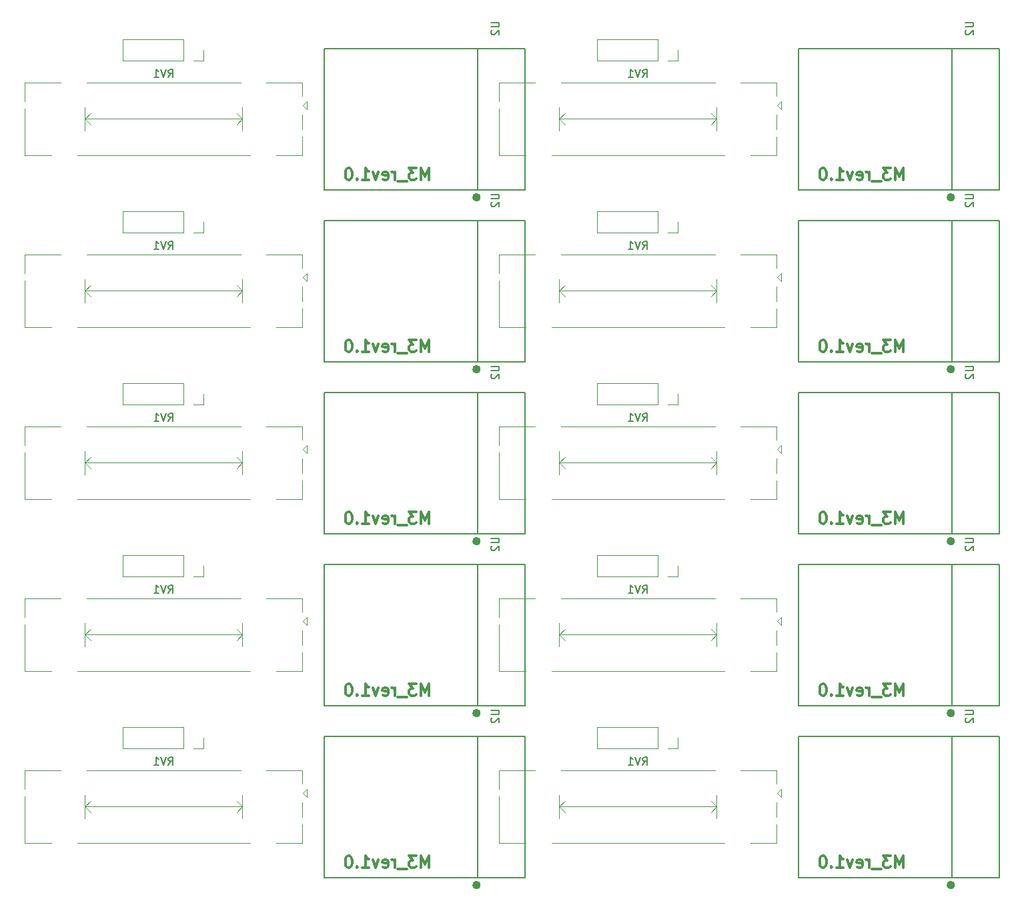
<source format=gbr>
G04 #@! TF.GenerationSoftware,KiCad,Pcbnew,5.1.0-060a0da~80~ubuntu18.04.1*
G04 #@! TF.CreationDate,2019-05-13T00:27:14+02:00*
G04 #@! TF.ProjectId,m3_2x5_panel,6d335f32-7835-45f7-9061-6e656c2e6b69,rev?*
G04 #@! TF.SameCoordinates,Original*
G04 #@! TF.FileFunction,Legend,Bot*
G04 #@! TF.FilePolarity,Positive*
%FSLAX46Y46*%
G04 Gerber Fmt 4.6, Leading zero omitted, Abs format (unit mm)*
G04 Created by KiCad (PCBNEW 5.1.0-060a0da~80~ubuntu18.04.1) date 2019-05-13 00:27:14*
%MOMM*%
%LPD*%
G04 APERTURE LIST*
%ADD10C,0.300000*%
%ADD11C,0.120000*%
%ADD12C,0.150000*%
%ADD13C,0.500000*%
G04 APERTURE END LIST*
D10*
X187672000Y-151474571D02*
X187672000Y-149974571D01*
X187172000Y-151046000D01*
X186672000Y-149974571D01*
X186672000Y-151474571D01*
X186100571Y-149974571D02*
X185172000Y-149974571D01*
X185672000Y-150546000D01*
X185457714Y-150546000D01*
X185314857Y-150617428D01*
X185243428Y-150688857D01*
X185172000Y-150831714D01*
X185172000Y-151188857D01*
X185243428Y-151331714D01*
X185314857Y-151403142D01*
X185457714Y-151474571D01*
X185886285Y-151474571D01*
X186029142Y-151403142D01*
X186100571Y-151331714D01*
X184886285Y-151617428D02*
X183743428Y-151617428D01*
X183386285Y-151474571D02*
X183386285Y-150474571D01*
X183386285Y-150760285D02*
X183314857Y-150617428D01*
X183243428Y-150546000D01*
X183100571Y-150474571D01*
X182957714Y-150474571D01*
X181886285Y-151403142D02*
X182029142Y-151474571D01*
X182314857Y-151474571D01*
X182457714Y-151403142D01*
X182529142Y-151260285D01*
X182529142Y-150688857D01*
X182457714Y-150546000D01*
X182314857Y-150474571D01*
X182029142Y-150474571D01*
X181886285Y-150546000D01*
X181814857Y-150688857D01*
X181814857Y-150831714D01*
X182529142Y-150974571D01*
X181314857Y-150474571D02*
X180957714Y-151474571D01*
X180600571Y-150474571D01*
X179243428Y-151474571D02*
X180100571Y-151474571D01*
X179672000Y-151474571D02*
X179672000Y-149974571D01*
X179814857Y-150188857D01*
X179957714Y-150331714D01*
X180100571Y-150403142D01*
X178600571Y-151331714D02*
X178529142Y-151403142D01*
X178600571Y-151474571D01*
X178672000Y-151403142D01*
X178600571Y-151331714D01*
X178600571Y-151474571D01*
X177600571Y-149974571D02*
X177457714Y-149974571D01*
X177314857Y-150046000D01*
X177243428Y-150117428D01*
X177172000Y-150260285D01*
X177100571Y-150546000D01*
X177100571Y-150903142D01*
X177172000Y-151188857D01*
X177243428Y-151331714D01*
X177314857Y-151403142D01*
X177457714Y-151474571D01*
X177600571Y-151474571D01*
X177743428Y-151403142D01*
X177814857Y-151331714D01*
X177886285Y-151188857D01*
X177957714Y-150903142D01*
X177957714Y-150546000D01*
X177886285Y-150260285D01*
X177814857Y-150117428D01*
X177743428Y-150046000D01*
X177600571Y-149974571D01*
X127474000Y-151474571D02*
X127474000Y-149974571D01*
X126974000Y-151046000D01*
X126474000Y-149974571D01*
X126474000Y-151474571D01*
X125902571Y-149974571D02*
X124974000Y-149974571D01*
X125474000Y-150546000D01*
X125259714Y-150546000D01*
X125116857Y-150617428D01*
X125045428Y-150688857D01*
X124974000Y-150831714D01*
X124974000Y-151188857D01*
X125045428Y-151331714D01*
X125116857Y-151403142D01*
X125259714Y-151474571D01*
X125688285Y-151474571D01*
X125831142Y-151403142D01*
X125902571Y-151331714D01*
X124688285Y-151617428D02*
X123545428Y-151617428D01*
X123188285Y-151474571D02*
X123188285Y-150474571D01*
X123188285Y-150760285D02*
X123116857Y-150617428D01*
X123045428Y-150546000D01*
X122902571Y-150474571D01*
X122759714Y-150474571D01*
X121688285Y-151403142D02*
X121831142Y-151474571D01*
X122116857Y-151474571D01*
X122259714Y-151403142D01*
X122331142Y-151260285D01*
X122331142Y-150688857D01*
X122259714Y-150546000D01*
X122116857Y-150474571D01*
X121831142Y-150474571D01*
X121688285Y-150546000D01*
X121616857Y-150688857D01*
X121616857Y-150831714D01*
X122331142Y-150974571D01*
X121116857Y-150474571D02*
X120759714Y-151474571D01*
X120402571Y-150474571D01*
X119045428Y-151474571D02*
X119902571Y-151474571D01*
X119474000Y-151474571D02*
X119474000Y-149974571D01*
X119616857Y-150188857D01*
X119759714Y-150331714D01*
X119902571Y-150403142D01*
X118402571Y-151331714D02*
X118331142Y-151403142D01*
X118402571Y-151474571D01*
X118474000Y-151403142D01*
X118402571Y-151331714D01*
X118402571Y-151474571D01*
X117402571Y-149974571D02*
X117259714Y-149974571D01*
X117116857Y-150046000D01*
X117045428Y-150117428D01*
X116974000Y-150260285D01*
X116902571Y-150546000D01*
X116902571Y-150903142D01*
X116974000Y-151188857D01*
X117045428Y-151331714D01*
X117116857Y-151403142D01*
X117259714Y-151474571D01*
X117402571Y-151474571D01*
X117545428Y-151403142D01*
X117616857Y-151331714D01*
X117688285Y-151188857D01*
X117759714Y-150903142D01*
X117759714Y-150546000D01*
X117688285Y-150260285D01*
X117616857Y-150117428D01*
X117545428Y-150046000D01*
X117402571Y-149974571D01*
X187672000Y-129630571D02*
X187672000Y-128130571D01*
X187172000Y-129202000D01*
X186672000Y-128130571D01*
X186672000Y-129630571D01*
X186100571Y-128130571D02*
X185172000Y-128130571D01*
X185672000Y-128702000D01*
X185457714Y-128702000D01*
X185314857Y-128773428D01*
X185243428Y-128844857D01*
X185172000Y-128987714D01*
X185172000Y-129344857D01*
X185243428Y-129487714D01*
X185314857Y-129559142D01*
X185457714Y-129630571D01*
X185886285Y-129630571D01*
X186029142Y-129559142D01*
X186100571Y-129487714D01*
X184886285Y-129773428D02*
X183743428Y-129773428D01*
X183386285Y-129630571D02*
X183386285Y-128630571D01*
X183386285Y-128916285D02*
X183314857Y-128773428D01*
X183243428Y-128702000D01*
X183100571Y-128630571D01*
X182957714Y-128630571D01*
X181886285Y-129559142D02*
X182029142Y-129630571D01*
X182314857Y-129630571D01*
X182457714Y-129559142D01*
X182529142Y-129416285D01*
X182529142Y-128844857D01*
X182457714Y-128702000D01*
X182314857Y-128630571D01*
X182029142Y-128630571D01*
X181886285Y-128702000D01*
X181814857Y-128844857D01*
X181814857Y-128987714D01*
X182529142Y-129130571D01*
X181314857Y-128630571D02*
X180957714Y-129630571D01*
X180600571Y-128630571D01*
X179243428Y-129630571D02*
X180100571Y-129630571D01*
X179672000Y-129630571D02*
X179672000Y-128130571D01*
X179814857Y-128344857D01*
X179957714Y-128487714D01*
X180100571Y-128559142D01*
X178600571Y-129487714D02*
X178529142Y-129559142D01*
X178600571Y-129630571D01*
X178672000Y-129559142D01*
X178600571Y-129487714D01*
X178600571Y-129630571D01*
X177600571Y-128130571D02*
X177457714Y-128130571D01*
X177314857Y-128202000D01*
X177243428Y-128273428D01*
X177172000Y-128416285D01*
X177100571Y-128702000D01*
X177100571Y-129059142D01*
X177172000Y-129344857D01*
X177243428Y-129487714D01*
X177314857Y-129559142D01*
X177457714Y-129630571D01*
X177600571Y-129630571D01*
X177743428Y-129559142D01*
X177814857Y-129487714D01*
X177886285Y-129344857D01*
X177957714Y-129059142D01*
X177957714Y-128702000D01*
X177886285Y-128416285D01*
X177814857Y-128273428D01*
X177743428Y-128202000D01*
X177600571Y-128130571D01*
X127474000Y-129630571D02*
X127474000Y-128130571D01*
X126974000Y-129202000D01*
X126474000Y-128130571D01*
X126474000Y-129630571D01*
X125902571Y-128130571D02*
X124974000Y-128130571D01*
X125474000Y-128702000D01*
X125259714Y-128702000D01*
X125116857Y-128773428D01*
X125045428Y-128844857D01*
X124974000Y-128987714D01*
X124974000Y-129344857D01*
X125045428Y-129487714D01*
X125116857Y-129559142D01*
X125259714Y-129630571D01*
X125688285Y-129630571D01*
X125831142Y-129559142D01*
X125902571Y-129487714D01*
X124688285Y-129773428D02*
X123545428Y-129773428D01*
X123188285Y-129630571D02*
X123188285Y-128630571D01*
X123188285Y-128916285D02*
X123116857Y-128773428D01*
X123045428Y-128702000D01*
X122902571Y-128630571D01*
X122759714Y-128630571D01*
X121688285Y-129559142D02*
X121831142Y-129630571D01*
X122116857Y-129630571D01*
X122259714Y-129559142D01*
X122331142Y-129416285D01*
X122331142Y-128844857D01*
X122259714Y-128702000D01*
X122116857Y-128630571D01*
X121831142Y-128630571D01*
X121688285Y-128702000D01*
X121616857Y-128844857D01*
X121616857Y-128987714D01*
X122331142Y-129130571D01*
X121116857Y-128630571D02*
X120759714Y-129630571D01*
X120402571Y-128630571D01*
X119045428Y-129630571D02*
X119902571Y-129630571D01*
X119474000Y-129630571D02*
X119474000Y-128130571D01*
X119616857Y-128344857D01*
X119759714Y-128487714D01*
X119902571Y-128559142D01*
X118402571Y-129487714D02*
X118331142Y-129559142D01*
X118402571Y-129630571D01*
X118474000Y-129559142D01*
X118402571Y-129487714D01*
X118402571Y-129630571D01*
X117402571Y-128130571D02*
X117259714Y-128130571D01*
X117116857Y-128202000D01*
X117045428Y-128273428D01*
X116974000Y-128416285D01*
X116902571Y-128702000D01*
X116902571Y-129059142D01*
X116974000Y-129344857D01*
X117045428Y-129487714D01*
X117116857Y-129559142D01*
X117259714Y-129630571D01*
X117402571Y-129630571D01*
X117545428Y-129559142D01*
X117616857Y-129487714D01*
X117688285Y-129344857D01*
X117759714Y-129059142D01*
X117759714Y-128702000D01*
X117688285Y-128416285D01*
X117616857Y-128273428D01*
X117545428Y-128202000D01*
X117402571Y-128130571D01*
X187672000Y-107786571D02*
X187672000Y-106286571D01*
X187172000Y-107358000D01*
X186672000Y-106286571D01*
X186672000Y-107786571D01*
X186100571Y-106286571D02*
X185172000Y-106286571D01*
X185672000Y-106858000D01*
X185457714Y-106858000D01*
X185314857Y-106929428D01*
X185243428Y-107000857D01*
X185172000Y-107143714D01*
X185172000Y-107500857D01*
X185243428Y-107643714D01*
X185314857Y-107715142D01*
X185457714Y-107786571D01*
X185886285Y-107786571D01*
X186029142Y-107715142D01*
X186100571Y-107643714D01*
X184886285Y-107929428D02*
X183743428Y-107929428D01*
X183386285Y-107786571D02*
X183386285Y-106786571D01*
X183386285Y-107072285D02*
X183314857Y-106929428D01*
X183243428Y-106858000D01*
X183100571Y-106786571D01*
X182957714Y-106786571D01*
X181886285Y-107715142D02*
X182029142Y-107786571D01*
X182314857Y-107786571D01*
X182457714Y-107715142D01*
X182529142Y-107572285D01*
X182529142Y-107000857D01*
X182457714Y-106858000D01*
X182314857Y-106786571D01*
X182029142Y-106786571D01*
X181886285Y-106858000D01*
X181814857Y-107000857D01*
X181814857Y-107143714D01*
X182529142Y-107286571D01*
X181314857Y-106786571D02*
X180957714Y-107786571D01*
X180600571Y-106786571D01*
X179243428Y-107786571D02*
X180100571Y-107786571D01*
X179672000Y-107786571D02*
X179672000Y-106286571D01*
X179814857Y-106500857D01*
X179957714Y-106643714D01*
X180100571Y-106715142D01*
X178600571Y-107643714D02*
X178529142Y-107715142D01*
X178600571Y-107786571D01*
X178672000Y-107715142D01*
X178600571Y-107643714D01*
X178600571Y-107786571D01*
X177600571Y-106286571D02*
X177457714Y-106286571D01*
X177314857Y-106358000D01*
X177243428Y-106429428D01*
X177172000Y-106572285D01*
X177100571Y-106858000D01*
X177100571Y-107215142D01*
X177172000Y-107500857D01*
X177243428Y-107643714D01*
X177314857Y-107715142D01*
X177457714Y-107786571D01*
X177600571Y-107786571D01*
X177743428Y-107715142D01*
X177814857Y-107643714D01*
X177886285Y-107500857D01*
X177957714Y-107215142D01*
X177957714Y-106858000D01*
X177886285Y-106572285D01*
X177814857Y-106429428D01*
X177743428Y-106358000D01*
X177600571Y-106286571D01*
X127474000Y-107786571D02*
X127474000Y-106286571D01*
X126974000Y-107358000D01*
X126474000Y-106286571D01*
X126474000Y-107786571D01*
X125902571Y-106286571D02*
X124974000Y-106286571D01*
X125474000Y-106858000D01*
X125259714Y-106858000D01*
X125116857Y-106929428D01*
X125045428Y-107000857D01*
X124974000Y-107143714D01*
X124974000Y-107500857D01*
X125045428Y-107643714D01*
X125116857Y-107715142D01*
X125259714Y-107786571D01*
X125688285Y-107786571D01*
X125831142Y-107715142D01*
X125902571Y-107643714D01*
X124688285Y-107929428D02*
X123545428Y-107929428D01*
X123188285Y-107786571D02*
X123188285Y-106786571D01*
X123188285Y-107072285D02*
X123116857Y-106929428D01*
X123045428Y-106858000D01*
X122902571Y-106786571D01*
X122759714Y-106786571D01*
X121688285Y-107715142D02*
X121831142Y-107786571D01*
X122116857Y-107786571D01*
X122259714Y-107715142D01*
X122331142Y-107572285D01*
X122331142Y-107000857D01*
X122259714Y-106858000D01*
X122116857Y-106786571D01*
X121831142Y-106786571D01*
X121688285Y-106858000D01*
X121616857Y-107000857D01*
X121616857Y-107143714D01*
X122331142Y-107286571D01*
X121116857Y-106786571D02*
X120759714Y-107786571D01*
X120402571Y-106786571D01*
X119045428Y-107786571D02*
X119902571Y-107786571D01*
X119474000Y-107786571D02*
X119474000Y-106286571D01*
X119616857Y-106500857D01*
X119759714Y-106643714D01*
X119902571Y-106715142D01*
X118402571Y-107643714D02*
X118331142Y-107715142D01*
X118402571Y-107786571D01*
X118474000Y-107715142D01*
X118402571Y-107643714D01*
X118402571Y-107786571D01*
X117402571Y-106286571D02*
X117259714Y-106286571D01*
X117116857Y-106358000D01*
X117045428Y-106429428D01*
X116974000Y-106572285D01*
X116902571Y-106858000D01*
X116902571Y-107215142D01*
X116974000Y-107500857D01*
X117045428Y-107643714D01*
X117116857Y-107715142D01*
X117259714Y-107786571D01*
X117402571Y-107786571D01*
X117545428Y-107715142D01*
X117616857Y-107643714D01*
X117688285Y-107500857D01*
X117759714Y-107215142D01*
X117759714Y-106858000D01*
X117688285Y-106572285D01*
X117616857Y-106429428D01*
X117545428Y-106358000D01*
X117402571Y-106286571D01*
X187672000Y-85942571D02*
X187672000Y-84442571D01*
X187172000Y-85514000D01*
X186672000Y-84442571D01*
X186672000Y-85942571D01*
X186100571Y-84442571D02*
X185172000Y-84442571D01*
X185672000Y-85014000D01*
X185457714Y-85014000D01*
X185314857Y-85085428D01*
X185243428Y-85156857D01*
X185172000Y-85299714D01*
X185172000Y-85656857D01*
X185243428Y-85799714D01*
X185314857Y-85871142D01*
X185457714Y-85942571D01*
X185886285Y-85942571D01*
X186029142Y-85871142D01*
X186100571Y-85799714D01*
X184886285Y-86085428D02*
X183743428Y-86085428D01*
X183386285Y-85942571D02*
X183386285Y-84942571D01*
X183386285Y-85228285D02*
X183314857Y-85085428D01*
X183243428Y-85014000D01*
X183100571Y-84942571D01*
X182957714Y-84942571D01*
X181886285Y-85871142D02*
X182029142Y-85942571D01*
X182314857Y-85942571D01*
X182457714Y-85871142D01*
X182529142Y-85728285D01*
X182529142Y-85156857D01*
X182457714Y-85014000D01*
X182314857Y-84942571D01*
X182029142Y-84942571D01*
X181886285Y-85014000D01*
X181814857Y-85156857D01*
X181814857Y-85299714D01*
X182529142Y-85442571D01*
X181314857Y-84942571D02*
X180957714Y-85942571D01*
X180600571Y-84942571D01*
X179243428Y-85942571D02*
X180100571Y-85942571D01*
X179672000Y-85942571D02*
X179672000Y-84442571D01*
X179814857Y-84656857D01*
X179957714Y-84799714D01*
X180100571Y-84871142D01*
X178600571Y-85799714D02*
X178529142Y-85871142D01*
X178600571Y-85942571D01*
X178672000Y-85871142D01*
X178600571Y-85799714D01*
X178600571Y-85942571D01*
X177600571Y-84442571D02*
X177457714Y-84442571D01*
X177314857Y-84514000D01*
X177243428Y-84585428D01*
X177172000Y-84728285D01*
X177100571Y-85014000D01*
X177100571Y-85371142D01*
X177172000Y-85656857D01*
X177243428Y-85799714D01*
X177314857Y-85871142D01*
X177457714Y-85942571D01*
X177600571Y-85942571D01*
X177743428Y-85871142D01*
X177814857Y-85799714D01*
X177886285Y-85656857D01*
X177957714Y-85371142D01*
X177957714Y-85014000D01*
X177886285Y-84728285D01*
X177814857Y-84585428D01*
X177743428Y-84514000D01*
X177600571Y-84442571D01*
X127474000Y-85942571D02*
X127474000Y-84442571D01*
X126974000Y-85514000D01*
X126474000Y-84442571D01*
X126474000Y-85942571D01*
X125902571Y-84442571D02*
X124974000Y-84442571D01*
X125474000Y-85014000D01*
X125259714Y-85014000D01*
X125116857Y-85085428D01*
X125045428Y-85156857D01*
X124974000Y-85299714D01*
X124974000Y-85656857D01*
X125045428Y-85799714D01*
X125116857Y-85871142D01*
X125259714Y-85942571D01*
X125688285Y-85942571D01*
X125831142Y-85871142D01*
X125902571Y-85799714D01*
X124688285Y-86085428D02*
X123545428Y-86085428D01*
X123188285Y-85942571D02*
X123188285Y-84942571D01*
X123188285Y-85228285D02*
X123116857Y-85085428D01*
X123045428Y-85014000D01*
X122902571Y-84942571D01*
X122759714Y-84942571D01*
X121688285Y-85871142D02*
X121831142Y-85942571D01*
X122116857Y-85942571D01*
X122259714Y-85871142D01*
X122331142Y-85728285D01*
X122331142Y-85156857D01*
X122259714Y-85014000D01*
X122116857Y-84942571D01*
X121831142Y-84942571D01*
X121688285Y-85014000D01*
X121616857Y-85156857D01*
X121616857Y-85299714D01*
X122331142Y-85442571D01*
X121116857Y-84942571D02*
X120759714Y-85942571D01*
X120402571Y-84942571D01*
X119045428Y-85942571D02*
X119902571Y-85942571D01*
X119474000Y-85942571D02*
X119474000Y-84442571D01*
X119616857Y-84656857D01*
X119759714Y-84799714D01*
X119902571Y-84871142D01*
X118402571Y-85799714D02*
X118331142Y-85871142D01*
X118402571Y-85942571D01*
X118474000Y-85871142D01*
X118402571Y-85799714D01*
X118402571Y-85942571D01*
X117402571Y-84442571D02*
X117259714Y-84442571D01*
X117116857Y-84514000D01*
X117045428Y-84585428D01*
X116974000Y-84728285D01*
X116902571Y-85014000D01*
X116902571Y-85371142D01*
X116974000Y-85656857D01*
X117045428Y-85799714D01*
X117116857Y-85871142D01*
X117259714Y-85942571D01*
X117402571Y-85942571D01*
X117545428Y-85871142D01*
X117616857Y-85799714D01*
X117688285Y-85656857D01*
X117759714Y-85371142D01*
X117759714Y-85014000D01*
X117688285Y-84728285D01*
X117616857Y-84585428D01*
X117545428Y-84514000D01*
X117402571Y-84442571D01*
X187672000Y-64098571D02*
X187672000Y-62598571D01*
X187172000Y-63670000D01*
X186672000Y-62598571D01*
X186672000Y-64098571D01*
X186100571Y-62598571D02*
X185172000Y-62598571D01*
X185672000Y-63170000D01*
X185457714Y-63170000D01*
X185314857Y-63241428D01*
X185243428Y-63312857D01*
X185172000Y-63455714D01*
X185172000Y-63812857D01*
X185243428Y-63955714D01*
X185314857Y-64027142D01*
X185457714Y-64098571D01*
X185886285Y-64098571D01*
X186029142Y-64027142D01*
X186100571Y-63955714D01*
X184886285Y-64241428D02*
X183743428Y-64241428D01*
X183386285Y-64098571D02*
X183386285Y-63098571D01*
X183386285Y-63384285D02*
X183314857Y-63241428D01*
X183243428Y-63170000D01*
X183100571Y-63098571D01*
X182957714Y-63098571D01*
X181886285Y-64027142D02*
X182029142Y-64098571D01*
X182314857Y-64098571D01*
X182457714Y-64027142D01*
X182529142Y-63884285D01*
X182529142Y-63312857D01*
X182457714Y-63170000D01*
X182314857Y-63098571D01*
X182029142Y-63098571D01*
X181886285Y-63170000D01*
X181814857Y-63312857D01*
X181814857Y-63455714D01*
X182529142Y-63598571D01*
X181314857Y-63098571D02*
X180957714Y-64098571D01*
X180600571Y-63098571D01*
X179243428Y-64098571D02*
X180100571Y-64098571D01*
X179672000Y-64098571D02*
X179672000Y-62598571D01*
X179814857Y-62812857D01*
X179957714Y-62955714D01*
X180100571Y-63027142D01*
X178600571Y-63955714D02*
X178529142Y-64027142D01*
X178600571Y-64098571D01*
X178672000Y-64027142D01*
X178600571Y-63955714D01*
X178600571Y-64098571D01*
X177600571Y-62598571D02*
X177457714Y-62598571D01*
X177314857Y-62670000D01*
X177243428Y-62741428D01*
X177172000Y-62884285D01*
X177100571Y-63170000D01*
X177100571Y-63527142D01*
X177172000Y-63812857D01*
X177243428Y-63955714D01*
X177314857Y-64027142D01*
X177457714Y-64098571D01*
X177600571Y-64098571D01*
X177743428Y-64027142D01*
X177814857Y-63955714D01*
X177886285Y-63812857D01*
X177957714Y-63527142D01*
X177957714Y-63170000D01*
X177886285Y-62884285D01*
X177814857Y-62741428D01*
X177743428Y-62670000D01*
X177600571Y-62598571D01*
X127474000Y-64098571D02*
X127474000Y-62598571D01*
X126974000Y-63670000D01*
X126474000Y-62598571D01*
X126474000Y-64098571D01*
X125902571Y-62598571D02*
X124974000Y-62598571D01*
X125474000Y-63170000D01*
X125259714Y-63170000D01*
X125116857Y-63241428D01*
X125045428Y-63312857D01*
X124974000Y-63455714D01*
X124974000Y-63812857D01*
X125045428Y-63955714D01*
X125116857Y-64027142D01*
X125259714Y-64098571D01*
X125688285Y-64098571D01*
X125831142Y-64027142D01*
X125902571Y-63955714D01*
X124688285Y-64241428D02*
X123545428Y-64241428D01*
X123188285Y-64098571D02*
X123188285Y-63098571D01*
X123188285Y-63384285D02*
X123116857Y-63241428D01*
X123045428Y-63170000D01*
X122902571Y-63098571D01*
X122759714Y-63098571D01*
X121688285Y-64027142D02*
X121831142Y-64098571D01*
X122116857Y-64098571D01*
X122259714Y-64027142D01*
X122331142Y-63884285D01*
X122331142Y-63312857D01*
X122259714Y-63170000D01*
X122116857Y-63098571D01*
X121831142Y-63098571D01*
X121688285Y-63170000D01*
X121616857Y-63312857D01*
X121616857Y-63455714D01*
X122331142Y-63598571D01*
X121116857Y-63098571D02*
X120759714Y-64098571D01*
X120402571Y-63098571D01*
X119045428Y-64098571D02*
X119902571Y-64098571D01*
X119474000Y-64098571D02*
X119474000Y-62598571D01*
X119616857Y-62812857D01*
X119759714Y-62955714D01*
X119902571Y-63027142D01*
X118402571Y-63955714D02*
X118331142Y-64027142D01*
X118402571Y-64098571D01*
X118474000Y-64027142D01*
X118402571Y-63955714D01*
X118402571Y-64098571D01*
X117402571Y-62598571D02*
X117259714Y-62598571D01*
X117116857Y-62670000D01*
X117045428Y-62741428D01*
X116974000Y-62884285D01*
X116902571Y-63170000D01*
X116902571Y-63527142D01*
X116974000Y-63812857D01*
X117045428Y-63955714D01*
X117116857Y-64027142D01*
X117259714Y-64098571D01*
X117402571Y-64098571D01*
X117545428Y-64027142D01*
X117616857Y-63955714D01*
X117688285Y-63812857D01*
X117759714Y-63527142D01*
X117759714Y-63170000D01*
X117688285Y-62884285D01*
X117616857Y-62741428D01*
X117545428Y-62670000D01*
X117402571Y-62598571D01*
D11*
X159128000Y-136306000D02*
X159128000Y-134976000D01*
X157798000Y-136306000D02*
X159128000Y-136306000D01*
X156528000Y-136306000D02*
X156528000Y-133646000D01*
X156528000Y-133646000D02*
X148848000Y-133646000D01*
X156528000Y-136306000D02*
X148848000Y-136306000D01*
X148848000Y-136306000D02*
X148848000Y-133646000D01*
X98930000Y-136306000D02*
X98930000Y-134976000D01*
X97600000Y-136306000D02*
X98930000Y-136306000D01*
X96330000Y-136306000D02*
X96330000Y-133646000D01*
X96330000Y-133646000D02*
X88650000Y-133646000D01*
X96330000Y-136306000D02*
X88650000Y-136306000D01*
X88650000Y-136306000D02*
X88650000Y-133646000D01*
X159128000Y-114462000D02*
X159128000Y-113132000D01*
X157798000Y-114462000D02*
X159128000Y-114462000D01*
X156528000Y-114462000D02*
X156528000Y-111802000D01*
X156528000Y-111802000D02*
X148848000Y-111802000D01*
X156528000Y-114462000D02*
X148848000Y-114462000D01*
X148848000Y-114462000D02*
X148848000Y-111802000D01*
X98930000Y-114462000D02*
X98930000Y-113132000D01*
X97600000Y-114462000D02*
X98930000Y-114462000D01*
X96330000Y-114462000D02*
X96330000Y-111802000D01*
X96330000Y-111802000D02*
X88650000Y-111802000D01*
X96330000Y-114462000D02*
X88650000Y-114462000D01*
X88650000Y-114462000D02*
X88650000Y-111802000D01*
X159128000Y-92618000D02*
X159128000Y-91288000D01*
X157798000Y-92618000D02*
X159128000Y-92618000D01*
X156528000Y-92618000D02*
X156528000Y-89958000D01*
X156528000Y-89958000D02*
X148848000Y-89958000D01*
X156528000Y-92618000D02*
X148848000Y-92618000D01*
X148848000Y-92618000D02*
X148848000Y-89958000D01*
X98930000Y-92618000D02*
X98930000Y-91288000D01*
X97600000Y-92618000D02*
X98930000Y-92618000D01*
X96330000Y-92618000D02*
X96330000Y-89958000D01*
X96330000Y-89958000D02*
X88650000Y-89958000D01*
X96330000Y-92618000D02*
X88650000Y-92618000D01*
X88650000Y-92618000D02*
X88650000Y-89958000D01*
X159128000Y-70774000D02*
X159128000Y-69444000D01*
X157798000Y-70774000D02*
X159128000Y-70774000D01*
X156528000Y-70774000D02*
X156528000Y-68114000D01*
X156528000Y-68114000D02*
X148848000Y-68114000D01*
X156528000Y-70774000D02*
X148848000Y-70774000D01*
X148848000Y-70774000D02*
X148848000Y-68114000D01*
X98930000Y-70774000D02*
X98930000Y-69444000D01*
X97600000Y-70774000D02*
X98930000Y-70774000D01*
X96330000Y-70774000D02*
X96330000Y-68114000D01*
X96330000Y-68114000D02*
X88650000Y-68114000D01*
X96330000Y-70774000D02*
X88650000Y-70774000D01*
X88650000Y-70774000D02*
X88650000Y-68114000D01*
X159128000Y-48930000D02*
X159128000Y-47600000D01*
X157798000Y-48930000D02*
X159128000Y-48930000D01*
X156528000Y-48930000D02*
X156528000Y-46270000D01*
X156528000Y-46270000D02*
X148848000Y-46270000D01*
X156528000Y-48930000D02*
X148848000Y-48930000D01*
X148848000Y-48930000D02*
X148848000Y-46270000D01*
X144048000Y-143726000D02*
X144798000Y-144476000D01*
X144798000Y-142976000D02*
X144048000Y-143726000D01*
X144048000Y-142226000D02*
X144048000Y-145226000D01*
X164048000Y-143726000D02*
X163298000Y-144476000D01*
X163298000Y-142976000D02*
X164048000Y-143726000D01*
X164048000Y-142226000D02*
X164048000Y-145226000D01*
X164048000Y-143726000D02*
X144048000Y-143726000D01*
X172223000Y-142476000D02*
X171723000Y-141976000D01*
X172223000Y-141476000D02*
X172223000Y-142476000D01*
X171723000Y-141976000D02*
X172223000Y-141476000D01*
X136428000Y-142432000D02*
X136428000Y-148346000D01*
X136428000Y-139106000D02*
X136428000Y-141520000D01*
X171668000Y-145932000D02*
X171668000Y-148346000D01*
X171668000Y-143151000D02*
X171668000Y-145021000D01*
X171668000Y-139106000D02*
X171668000Y-140801000D01*
X139812000Y-148346000D02*
X136428000Y-148346000D01*
X165012000Y-148346000D02*
X143083000Y-148346000D01*
X171668000Y-148346000D02*
X168283000Y-148346000D01*
X141012000Y-139106000D02*
X136428000Y-139106000D01*
X163812000Y-139106000D02*
X144283000Y-139106000D01*
X171668000Y-139106000D02*
X167083000Y-139106000D01*
X83850000Y-143726000D02*
X84600000Y-144476000D01*
X84600000Y-142976000D02*
X83850000Y-143726000D01*
X83850000Y-142226000D02*
X83850000Y-145226000D01*
X103850000Y-143726000D02*
X103100000Y-144476000D01*
X103100000Y-142976000D02*
X103850000Y-143726000D01*
X103850000Y-142226000D02*
X103850000Y-145226000D01*
X103850000Y-143726000D02*
X83850000Y-143726000D01*
X112025000Y-142476000D02*
X111525000Y-141976000D01*
X112025000Y-141476000D02*
X112025000Y-142476000D01*
X111525000Y-141976000D02*
X112025000Y-141476000D01*
X76230000Y-142432000D02*
X76230000Y-148346000D01*
X76230000Y-139106000D02*
X76230000Y-141520000D01*
X111470000Y-145932000D02*
X111470000Y-148346000D01*
X111470000Y-143151000D02*
X111470000Y-145021000D01*
X111470000Y-139106000D02*
X111470000Y-140801000D01*
X79614000Y-148346000D02*
X76230000Y-148346000D01*
X104814000Y-148346000D02*
X82885000Y-148346000D01*
X111470000Y-148346000D02*
X108085000Y-148346000D01*
X80814000Y-139106000D02*
X76230000Y-139106000D01*
X103614000Y-139106000D02*
X84085000Y-139106000D01*
X111470000Y-139106000D02*
X106885000Y-139106000D01*
X144048000Y-121882000D02*
X144798000Y-122632000D01*
X144798000Y-121132000D02*
X144048000Y-121882000D01*
X144048000Y-120382000D02*
X144048000Y-123382000D01*
X164048000Y-121882000D02*
X163298000Y-122632000D01*
X163298000Y-121132000D02*
X164048000Y-121882000D01*
X164048000Y-120382000D02*
X164048000Y-123382000D01*
X164048000Y-121882000D02*
X144048000Y-121882000D01*
X172223000Y-120632000D02*
X171723000Y-120132000D01*
X172223000Y-119632000D02*
X172223000Y-120632000D01*
X171723000Y-120132000D02*
X172223000Y-119632000D01*
X136428000Y-120588000D02*
X136428000Y-126502000D01*
X136428000Y-117262000D02*
X136428000Y-119676000D01*
X171668000Y-124088000D02*
X171668000Y-126502000D01*
X171668000Y-121307000D02*
X171668000Y-123177000D01*
X171668000Y-117262000D02*
X171668000Y-118957000D01*
X139812000Y-126502000D02*
X136428000Y-126502000D01*
X165012000Y-126502000D02*
X143083000Y-126502000D01*
X171668000Y-126502000D02*
X168283000Y-126502000D01*
X141012000Y-117262000D02*
X136428000Y-117262000D01*
X163812000Y-117262000D02*
X144283000Y-117262000D01*
X171668000Y-117262000D02*
X167083000Y-117262000D01*
X83850000Y-121882000D02*
X84600000Y-122632000D01*
X84600000Y-121132000D02*
X83850000Y-121882000D01*
X83850000Y-120382000D02*
X83850000Y-123382000D01*
X103850000Y-121882000D02*
X103100000Y-122632000D01*
X103100000Y-121132000D02*
X103850000Y-121882000D01*
X103850000Y-120382000D02*
X103850000Y-123382000D01*
X103850000Y-121882000D02*
X83850000Y-121882000D01*
X112025000Y-120632000D02*
X111525000Y-120132000D01*
X112025000Y-119632000D02*
X112025000Y-120632000D01*
X111525000Y-120132000D02*
X112025000Y-119632000D01*
X76230000Y-120588000D02*
X76230000Y-126502000D01*
X76230000Y-117262000D02*
X76230000Y-119676000D01*
X111470000Y-124088000D02*
X111470000Y-126502000D01*
X111470000Y-121307000D02*
X111470000Y-123177000D01*
X111470000Y-117262000D02*
X111470000Y-118957000D01*
X79614000Y-126502000D02*
X76230000Y-126502000D01*
X104814000Y-126502000D02*
X82885000Y-126502000D01*
X111470000Y-126502000D02*
X108085000Y-126502000D01*
X80814000Y-117262000D02*
X76230000Y-117262000D01*
X103614000Y-117262000D02*
X84085000Y-117262000D01*
X111470000Y-117262000D02*
X106885000Y-117262000D01*
X144048000Y-100038000D02*
X144798000Y-100788000D01*
X144798000Y-99288000D02*
X144048000Y-100038000D01*
X144048000Y-98538000D02*
X144048000Y-101538000D01*
X164048000Y-100038000D02*
X163298000Y-100788000D01*
X163298000Y-99288000D02*
X164048000Y-100038000D01*
X164048000Y-98538000D02*
X164048000Y-101538000D01*
X164048000Y-100038000D02*
X144048000Y-100038000D01*
X172223000Y-98788000D02*
X171723000Y-98288000D01*
X172223000Y-97788000D02*
X172223000Y-98788000D01*
X171723000Y-98288000D02*
X172223000Y-97788000D01*
X136428000Y-98744000D02*
X136428000Y-104658000D01*
X136428000Y-95418000D02*
X136428000Y-97832000D01*
X171668000Y-102244000D02*
X171668000Y-104658000D01*
X171668000Y-99463000D02*
X171668000Y-101333000D01*
X171668000Y-95418000D02*
X171668000Y-97113000D01*
X139812000Y-104658000D02*
X136428000Y-104658000D01*
X165012000Y-104658000D02*
X143083000Y-104658000D01*
X171668000Y-104658000D02*
X168283000Y-104658000D01*
X141012000Y-95418000D02*
X136428000Y-95418000D01*
X163812000Y-95418000D02*
X144283000Y-95418000D01*
X171668000Y-95418000D02*
X167083000Y-95418000D01*
X83850000Y-100038000D02*
X84600000Y-100788000D01*
X84600000Y-99288000D02*
X83850000Y-100038000D01*
X83850000Y-98538000D02*
X83850000Y-101538000D01*
X103850000Y-100038000D02*
X103100000Y-100788000D01*
X103100000Y-99288000D02*
X103850000Y-100038000D01*
X103850000Y-98538000D02*
X103850000Y-101538000D01*
X103850000Y-100038000D02*
X83850000Y-100038000D01*
X112025000Y-98788000D02*
X111525000Y-98288000D01*
X112025000Y-97788000D02*
X112025000Y-98788000D01*
X111525000Y-98288000D02*
X112025000Y-97788000D01*
X76230000Y-98744000D02*
X76230000Y-104658000D01*
X76230000Y-95418000D02*
X76230000Y-97832000D01*
X111470000Y-102244000D02*
X111470000Y-104658000D01*
X111470000Y-99463000D02*
X111470000Y-101333000D01*
X111470000Y-95418000D02*
X111470000Y-97113000D01*
X79614000Y-104658000D02*
X76230000Y-104658000D01*
X104814000Y-104658000D02*
X82885000Y-104658000D01*
X111470000Y-104658000D02*
X108085000Y-104658000D01*
X80814000Y-95418000D02*
X76230000Y-95418000D01*
X103614000Y-95418000D02*
X84085000Y-95418000D01*
X111470000Y-95418000D02*
X106885000Y-95418000D01*
X144048000Y-78194000D02*
X144798000Y-78944000D01*
X144798000Y-77444000D02*
X144048000Y-78194000D01*
X144048000Y-76694000D02*
X144048000Y-79694000D01*
X164048000Y-78194000D02*
X163298000Y-78944000D01*
X163298000Y-77444000D02*
X164048000Y-78194000D01*
X164048000Y-76694000D02*
X164048000Y-79694000D01*
X164048000Y-78194000D02*
X144048000Y-78194000D01*
X172223000Y-76944000D02*
X171723000Y-76444000D01*
X172223000Y-75944000D02*
X172223000Y-76944000D01*
X171723000Y-76444000D02*
X172223000Y-75944000D01*
X136428000Y-76900000D02*
X136428000Y-82814000D01*
X136428000Y-73574000D02*
X136428000Y-75988000D01*
X171668000Y-80400000D02*
X171668000Y-82814000D01*
X171668000Y-77619000D02*
X171668000Y-79489000D01*
X171668000Y-73574000D02*
X171668000Y-75269000D01*
X139812000Y-82814000D02*
X136428000Y-82814000D01*
X165012000Y-82814000D02*
X143083000Y-82814000D01*
X171668000Y-82814000D02*
X168283000Y-82814000D01*
X141012000Y-73574000D02*
X136428000Y-73574000D01*
X163812000Y-73574000D02*
X144283000Y-73574000D01*
X171668000Y-73574000D02*
X167083000Y-73574000D01*
X83850000Y-78194000D02*
X84600000Y-78944000D01*
X84600000Y-77444000D02*
X83850000Y-78194000D01*
X83850000Y-76694000D02*
X83850000Y-79694000D01*
X103850000Y-78194000D02*
X103100000Y-78944000D01*
X103100000Y-77444000D02*
X103850000Y-78194000D01*
X103850000Y-76694000D02*
X103850000Y-79694000D01*
X103850000Y-78194000D02*
X83850000Y-78194000D01*
X112025000Y-76944000D02*
X111525000Y-76444000D01*
X112025000Y-75944000D02*
X112025000Y-76944000D01*
X111525000Y-76444000D02*
X112025000Y-75944000D01*
X76230000Y-76900000D02*
X76230000Y-82814000D01*
X76230000Y-73574000D02*
X76230000Y-75988000D01*
X111470000Y-80400000D02*
X111470000Y-82814000D01*
X111470000Y-77619000D02*
X111470000Y-79489000D01*
X111470000Y-73574000D02*
X111470000Y-75269000D01*
X79614000Y-82814000D02*
X76230000Y-82814000D01*
X104814000Y-82814000D02*
X82885000Y-82814000D01*
X111470000Y-82814000D02*
X108085000Y-82814000D01*
X80814000Y-73574000D02*
X76230000Y-73574000D01*
X103614000Y-73574000D02*
X84085000Y-73574000D01*
X111470000Y-73574000D02*
X106885000Y-73574000D01*
X144048000Y-56350000D02*
X144798000Y-57100000D01*
X144798000Y-55600000D02*
X144048000Y-56350000D01*
X144048000Y-54850000D02*
X144048000Y-57850000D01*
X164048000Y-56350000D02*
X163298000Y-57100000D01*
X163298000Y-55600000D02*
X164048000Y-56350000D01*
X164048000Y-54850000D02*
X164048000Y-57850000D01*
X164048000Y-56350000D02*
X144048000Y-56350000D01*
X172223000Y-55100000D02*
X171723000Y-54600000D01*
X172223000Y-54100000D02*
X172223000Y-55100000D01*
X171723000Y-54600000D02*
X172223000Y-54100000D01*
X136428000Y-55056000D02*
X136428000Y-60970000D01*
X136428000Y-51730000D02*
X136428000Y-54144000D01*
X171668000Y-58556000D02*
X171668000Y-60970000D01*
X171668000Y-55775000D02*
X171668000Y-57645000D01*
X171668000Y-51730000D02*
X171668000Y-53425000D01*
X139812000Y-60970000D02*
X136428000Y-60970000D01*
X165012000Y-60970000D02*
X143083000Y-60970000D01*
X171668000Y-60970000D02*
X168283000Y-60970000D01*
X141012000Y-51730000D02*
X136428000Y-51730000D01*
X163812000Y-51730000D02*
X144283000Y-51730000D01*
X171668000Y-51730000D02*
X167083000Y-51730000D01*
D12*
X199894000Y-134782000D02*
X199894000Y-152782000D01*
X174394000Y-134782000D02*
X174394000Y-152782000D01*
X199894000Y-134782000D02*
X174394000Y-134782000D01*
X199894000Y-152782000D02*
X174394000Y-152782000D01*
X193894000Y-134782000D02*
X193894000Y-152782000D01*
D13*
X194031981Y-153688000D02*
G75*
G03X194031981Y-153688000I-283981J0D01*
G01*
D12*
X139696000Y-134782000D02*
X139696000Y-152782000D01*
X114196000Y-134782000D02*
X114196000Y-152782000D01*
X139696000Y-134782000D02*
X114196000Y-134782000D01*
X139696000Y-152782000D02*
X114196000Y-152782000D01*
X133696000Y-134782000D02*
X133696000Y-152782000D01*
D13*
X133833981Y-153688000D02*
G75*
G03X133833981Y-153688000I-283981J0D01*
G01*
D12*
X199894000Y-112938000D02*
X199894000Y-130938000D01*
X174394000Y-112938000D02*
X174394000Y-130938000D01*
X199894000Y-112938000D02*
X174394000Y-112938000D01*
X199894000Y-130938000D02*
X174394000Y-130938000D01*
X193894000Y-112938000D02*
X193894000Y-130938000D01*
D13*
X194031981Y-131844000D02*
G75*
G03X194031981Y-131844000I-283981J0D01*
G01*
D12*
X139696000Y-112938000D02*
X139696000Y-130938000D01*
X114196000Y-112938000D02*
X114196000Y-130938000D01*
X139696000Y-112938000D02*
X114196000Y-112938000D01*
X139696000Y-130938000D02*
X114196000Y-130938000D01*
X133696000Y-112938000D02*
X133696000Y-130938000D01*
D13*
X133833981Y-131844000D02*
G75*
G03X133833981Y-131844000I-283981J0D01*
G01*
D12*
X199894000Y-91094000D02*
X199894000Y-109094000D01*
X174394000Y-91094000D02*
X174394000Y-109094000D01*
X199894000Y-91094000D02*
X174394000Y-91094000D01*
X199894000Y-109094000D02*
X174394000Y-109094000D01*
X193894000Y-91094000D02*
X193894000Y-109094000D01*
D13*
X194031981Y-110000000D02*
G75*
G03X194031981Y-110000000I-283981J0D01*
G01*
D12*
X139696000Y-91094000D02*
X139696000Y-109094000D01*
X114196000Y-91094000D02*
X114196000Y-109094000D01*
X139696000Y-91094000D02*
X114196000Y-91094000D01*
X139696000Y-109094000D02*
X114196000Y-109094000D01*
X133696000Y-91094000D02*
X133696000Y-109094000D01*
D13*
X133833981Y-110000000D02*
G75*
G03X133833981Y-110000000I-283981J0D01*
G01*
D12*
X199894000Y-69250000D02*
X199894000Y-87250000D01*
X174394000Y-69250000D02*
X174394000Y-87250000D01*
X199894000Y-69250000D02*
X174394000Y-69250000D01*
X199894000Y-87250000D02*
X174394000Y-87250000D01*
X193894000Y-69250000D02*
X193894000Y-87250000D01*
D13*
X194031981Y-88156000D02*
G75*
G03X194031981Y-88156000I-283981J0D01*
G01*
D12*
X139696000Y-69250000D02*
X139696000Y-87250000D01*
X114196000Y-69250000D02*
X114196000Y-87250000D01*
X139696000Y-69250000D02*
X114196000Y-69250000D01*
X139696000Y-87250000D02*
X114196000Y-87250000D01*
X133696000Y-69250000D02*
X133696000Y-87250000D01*
D13*
X133833981Y-88156000D02*
G75*
G03X133833981Y-88156000I-283981J0D01*
G01*
D12*
X199894000Y-47406000D02*
X199894000Y-65406000D01*
X174394000Y-47406000D02*
X174394000Y-65406000D01*
X199894000Y-47406000D02*
X174394000Y-47406000D01*
X199894000Y-65406000D02*
X174394000Y-65406000D01*
X193894000Y-47406000D02*
X193894000Y-65406000D01*
D13*
X194031981Y-66312000D02*
G75*
G03X194031981Y-66312000I-283981J0D01*
G01*
D11*
X111470000Y-51730000D02*
X106885000Y-51730000D01*
X103614000Y-51730000D02*
X84085000Y-51730000D01*
X80814000Y-51730000D02*
X76230000Y-51730000D01*
X111470000Y-60970000D02*
X108085000Y-60970000D01*
X104814000Y-60970000D02*
X82885000Y-60970000D01*
X79614000Y-60970000D02*
X76230000Y-60970000D01*
X111470000Y-51730000D02*
X111470000Y-53425000D01*
X111470000Y-55775000D02*
X111470000Y-57645000D01*
X111470000Y-58556000D02*
X111470000Y-60970000D01*
X76230000Y-51730000D02*
X76230000Y-54144000D01*
X76230000Y-55056000D02*
X76230000Y-60970000D01*
X111525000Y-54600000D02*
X112025000Y-54100000D01*
X112025000Y-54100000D02*
X112025000Y-55100000D01*
X112025000Y-55100000D02*
X111525000Y-54600000D01*
X103850000Y-56350000D02*
X83850000Y-56350000D01*
X103850000Y-54850000D02*
X103850000Y-57850000D01*
X103100000Y-55600000D02*
X103850000Y-56350000D01*
X103850000Y-56350000D02*
X103100000Y-57100000D01*
X83850000Y-54850000D02*
X83850000Y-57850000D01*
X84600000Y-55600000D02*
X83850000Y-56350000D01*
X83850000Y-56350000D02*
X84600000Y-57100000D01*
D13*
X133833981Y-66312000D02*
G75*
G03X133833981Y-66312000I-283981J0D01*
G01*
D12*
X133696000Y-47406000D02*
X133696000Y-65406000D01*
X139696000Y-65406000D02*
X114196000Y-65406000D01*
X139696000Y-47406000D02*
X114196000Y-47406000D01*
X114196000Y-47406000D02*
X114196000Y-65406000D01*
X139696000Y-47406000D02*
X139696000Y-65406000D01*
D11*
X88650000Y-48930000D02*
X88650000Y-46270000D01*
X96330000Y-48930000D02*
X88650000Y-48930000D01*
X96330000Y-46270000D02*
X88650000Y-46270000D01*
X96330000Y-48930000D02*
X96330000Y-46270000D01*
X97600000Y-48930000D02*
X98930000Y-48930000D01*
X98930000Y-48930000D02*
X98930000Y-47600000D01*
D12*
X154643238Y-138428380D02*
X154976571Y-137952190D01*
X155214666Y-138428380D02*
X155214666Y-137428380D01*
X154833714Y-137428380D01*
X154738476Y-137476000D01*
X154690857Y-137523619D01*
X154643238Y-137618857D01*
X154643238Y-137761714D01*
X154690857Y-137856952D01*
X154738476Y-137904571D01*
X154833714Y-137952190D01*
X155214666Y-137952190D01*
X154357523Y-137428380D02*
X154024190Y-138428380D01*
X153690857Y-137428380D01*
X152833714Y-138428380D02*
X153405142Y-138428380D01*
X153119428Y-138428380D02*
X153119428Y-137428380D01*
X153214666Y-137571238D01*
X153309904Y-137666476D01*
X153405142Y-137714095D01*
X94445238Y-138428380D02*
X94778571Y-137952190D01*
X95016666Y-138428380D02*
X95016666Y-137428380D01*
X94635714Y-137428380D01*
X94540476Y-137476000D01*
X94492857Y-137523619D01*
X94445238Y-137618857D01*
X94445238Y-137761714D01*
X94492857Y-137856952D01*
X94540476Y-137904571D01*
X94635714Y-137952190D01*
X95016666Y-137952190D01*
X94159523Y-137428380D02*
X93826190Y-138428380D01*
X93492857Y-137428380D01*
X92635714Y-138428380D02*
X93207142Y-138428380D01*
X92921428Y-138428380D02*
X92921428Y-137428380D01*
X93016666Y-137571238D01*
X93111904Y-137666476D01*
X93207142Y-137714095D01*
X154643238Y-116584380D02*
X154976571Y-116108190D01*
X155214666Y-116584380D02*
X155214666Y-115584380D01*
X154833714Y-115584380D01*
X154738476Y-115632000D01*
X154690857Y-115679619D01*
X154643238Y-115774857D01*
X154643238Y-115917714D01*
X154690857Y-116012952D01*
X154738476Y-116060571D01*
X154833714Y-116108190D01*
X155214666Y-116108190D01*
X154357523Y-115584380D02*
X154024190Y-116584380D01*
X153690857Y-115584380D01*
X152833714Y-116584380D02*
X153405142Y-116584380D01*
X153119428Y-116584380D02*
X153119428Y-115584380D01*
X153214666Y-115727238D01*
X153309904Y-115822476D01*
X153405142Y-115870095D01*
X94445238Y-116584380D02*
X94778571Y-116108190D01*
X95016666Y-116584380D02*
X95016666Y-115584380D01*
X94635714Y-115584380D01*
X94540476Y-115632000D01*
X94492857Y-115679619D01*
X94445238Y-115774857D01*
X94445238Y-115917714D01*
X94492857Y-116012952D01*
X94540476Y-116060571D01*
X94635714Y-116108190D01*
X95016666Y-116108190D01*
X94159523Y-115584380D02*
X93826190Y-116584380D01*
X93492857Y-115584380D01*
X92635714Y-116584380D02*
X93207142Y-116584380D01*
X92921428Y-116584380D02*
X92921428Y-115584380D01*
X93016666Y-115727238D01*
X93111904Y-115822476D01*
X93207142Y-115870095D01*
X154643238Y-94740380D02*
X154976571Y-94264190D01*
X155214666Y-94740380D02*
X155214666Y-93740380D01*
X154833714Y-93740380D01*
X154738476Y-93788000D01*
X154690857Y-93835619D01*
X154643238Y-93930857D01*
X154643238Y-94073714D01*
X154690857Y-94168952D01*
X154738476Y-94216571D01*
X154833714Y-94264190D01*
X155214666Y-94264190D01*
X154357523Y-93740380D02*
X154024190Y-94740380D01*
X153690857Y-93740380D01*
X152833714Y-94740380D02*
X153405142Y-94740380D01*
X153119428Y-94740380D02*
X153119428Y-93740380D01*
X153214666Y-93883238D01*
X153309904Y-93978476D01*
X153405142Y-94026095D01*
X94445238Y-94740380D02*
X94778571Y-94264190D01*
X95016666Y-94740380D02*
X95016666Y-93740380D01*
X94635714Y-93740380D01*
X94540476Y-93788000D01*
X94492857Y-93835619D01*
X94445238Y-93930857D01*
X94445238Y-94073714D01*
X94492857Y-94168952D01*
X94540476Y-94216571D01*
X94635714Y-94264190D01*
X95016666Y-94264190D01*
X94159523Y-93740380D02*
X93826190Y-94740380D01*
X93492857Y-93740380D01*
X92635714Y-94740380D02*
X93207142Y-94740380D01*
X92921428Y-94740380D02*
X92921428Y-93740380D01*
X93016666Y-93883238D01*
X93111904Y-93978476D01*
X93207142Y-94026095D01*
X154643238Y-72896380D02*
X154976571Y-72420190D01*
X155214666Y-72896380D02*
X155214666Y-71896380D01*
X154833714Y-71896380D01*
X154738476Y-71944000D01*
X154690857Y-71991619D01*
X154643238Y-72086857D01*
X154643238Y-72229714D01*
X154690857Y-72324952D01*
X154738476Y-72372571D01*
X154833714Y-72420190D01*
X155214666Y-72420190D01*
X154357523Y-71896380D02*
X154024190Y-72896380D01*
X153690857Y-71896380D01*
X152833714Y-72896380D02*
X153405142Y-72896380D01*
X153119428Y-72896380D02*
X153119428Y-71896380D01*
X153214666Y-72039238D01*
X153309904Y-72134476D01*
X153405142Y-72182095D01*
X94445238Y-72896380D02*
X94778571Y-72420190D01*
X95016666Y-72896380D02*
X95016666Y-71896380D01*
X94635714Y-71896380D01*
X94540476Y-71944000D01*
X94492857Y-71991619D01*
X94445238Y-72086857D01*
X94445238Y-72229714D01*
X94492857Y-72324952D01*
X94540476Y-72372571D01*
X94635714Y-72420190D01*
X95016666Y-72420190D01*
X94159523Y-71896380D02*
X93826190Y-72896380D01*
X93492857Y-71896380D01*
X92635714Y-72896380D02*
X93207142Y-72896380D01*
X92921428Y-72896380D02*
X92921428Y-71896380D01*
X93016666Y-72039238D01*
X93111904Y-72134476D01*
X93207142Y-72182095D01*
X154643238Y-51052380D02*
X154976571Y-50576190D01*
X155214666Y-51052380D02*
X155214666Y-50052380D01*
X154833714Y-50052380D01*
X154738476Y-50100000D01*
X154690857Y-50147619D01*
X154643238Y-50242857D01*
X154643238Y-50385714D01*
X154690857Y-50480952D01*
X154738476Y-50528571D01*
X154833714Y-50576190D01*
X155214666Y-50576190D01*
X154357523Y-50052380D02*
X154024190Y-51052380D01*
X153690857Y-50052380D01*
X152833714Y-51052380D02*
X153405142Y-51052380D01*
X153119428Y-51052380D02*
X153119428Y-50052380D01*
X153214666Y-50195238D01*
X153309904Y-50290476D01*
X153405142Y-50338095D01*
X195613380Y-131463095D02*
X196422904Y-131463095D01*
X196518142Y-131510714D01*
X196565761Y-131558333D01*
X196613380Y-131653571D01*
X196613380Y-131844047D01*
X196565761Y-131939285D01*
X196518142Y-131986904D01*
X196422904Y-132034523D01*
X195613380Y-132034523D01*
X195708619Y-132463095D02*
X195661000Y-132510714D01*
X195613380Y-132605952D01*
X195613380Y-132844047D01*
X195661000Y-132939285D01*
X195708619Y-132986904D01*
X195803857Y-133034523D01*
X195899095Y-133034523D01*
X196041952Y-132986904D01*
X196613380Y-132415476D01*
X196613380Y-133034523D01*
X135415380Y-131463095D02*
X136224904Y-131463095D01*
X136320142Y-131510714D01*
X136367761Y-131558333D01*
X136415380Y-131653571D01*
X136415380Y-131844047D01*
X136367761Y-131939285D01*
X136320142Y-131986904D01*
X136224904Y-132034523D01*
X135415380Y-132034523D01*
X135510619Y-132463095D02*
X135463000Y-132510714D01*
X135415380Y-132605952D01*
X135415380Y-132844047D01*
X135463000Y-132939285D01*
X135510619Y-132986904D01*
X135605857Y-133034523D01*
X135701095Y-133034523D01*
X135843952Y-132986904D01*
X136415380Y-132415476D01*
X136415380Y-133034523D01*
X195613380Y-109619095D02*
X196422904Y-109619095D01*
X196518142Y-109666714D01*
X196565761Y-109714333D01*
X196613380Y-109809571D01*
X196613380Y-110000047D01*
X196565761Y-110095285D01*
X196518142Y-110142904D01*
X196422904Y-110190523D01*
X195613380Y-110190523D01*
X195708619Y-110619095D02*
X195661000Y-110666714D01*
X195613380Y-110761952D01*
X195613380Y-111000047D01*
X195661000Y-111095285D01*
X195708619Y-111142904D01*
X195803857Y-111190523D01*
X195899095Y-111190523D01*
X196041952Y-111142904D01*
X196613380Y-110571476D01*
X196613380Y-111190523D01*
X135415380Y-109619095D02*
X136224904Y-109619095D01*
X136320142Y-109666714D01*
X136367761Y-109714333D01*
X136415380Y-109809571D01*
X136415380Y-110000047D01*
X136367761Y-110095285D01*
X136320142Y-110142904D01*
X136224904Y-110190523D01*
X135415380Y-110190523D01*
X135510619Y-110619095D02*
X135463000Y-110666714D01*
X135415380Y-110761952D01*
X135415380Y-111000047D01*
X135463000Y-111095285D01*
X135510619Y-111142904D01*
X135605857Y-111190523D01*
X135701095Y-111190523D01*
X135843952Y-111142904D01*
X136415380Y-110571476D01*
X136415380Y-111190523D01*
X195613380Y-87775095D02*
X196422904Y-87775095D01*
X196518142Y-87822714D01*
X196565761Y-87870333D01*
X196613380Y-87965571D01*
X196613380Y-88156047D01*
X196565761Y-88251285D01*
X196518142Y-88298904D01*
X196422904Y-88346523D01*
X195613380Y-88346523D01*
X195708619Y-88775095D02*
X195661000Y-88822714D01*
X195613380Y-88917952D01*
X195613380Y-89156047D01*
X195661000Y-89251285D01*
X195708619Y-89298904D01*
X195803857Y-89346523D01*
X195899095Y-89346523D01*
X196041952Y-89298904D01*
X196613380Y-88727476D01*
X196613380Y-89346523D01*
X135415380Y-87775095D02*
X136224904Y-87775095D01*
X136320142Y-87822714D01*
X136367761Y-87870333D01*
X136415380Y-87965571D01*
X136415380Y-88156047D01*
X136367761Y-88251285D01*
X136320142Y-88298904D01*
X136224904Y-88346523D01*
X135415380Y-88346523D01*
X135510619Y-88775095D02*
X135463000Y-88822714D01*
X135415380Y-88917952D01*
X135415380Y-89156047D01*
X135463000Y-89251285D01*
X135510619Y-89298904D01*
X135605857Y-89346523D01*
X135701095Y-89346523D01*
X135843952Y-89298904D01*
X136415380Y-88727476D01*
X136415380Y-89346523D01*
X195613380Y-65931095D02*
X196422904Y-65931095D01*
X196518142Y-65978714D01*
X196565761Y-66026333D01*
X196613380Y-66121571D01*
X196613380Y-66312047D01*
X196565761Y-66407285D01*
X196518142Y-66454904D01*
X196422904Y-66502523D01*
X195613380Y-66502523D01*
X195708619Y-66931095D02*
X195661000Y-66978714D01*
X195613380Y-67073952D01*
X195613380Y-67312047D01*
X195661000Y-67407285D01*
X195708619Y-67454904D01*
X195803857Y-67502523D01*
X195899095Y-67502523D01*
X196041952Y-67454904D01*
X196613380Y-66883476D01*
X196613380Y-67502523D01*
X135415380Y-65931095D02*
X136224904Y-65931095D01*
X136320142Y-65978714D01*
X136367761Y-66026333D01*
X136415380Y-66121571D01*
X136415380Y-66312047D01*
X136367761Y-66407285D01*
X136320142Y-66454904D01*
X136224904Y-66502523D01*
X135415380Y-66502523D01*
X135510619Y-66931095D02*
X135463000Y-66978714D01*
X135415380Y-67073952D01*
X135415380Y-67312047D01*
X135463000Y-67407285D01*
X135510619Y-67454904D01*
X135605857Y-67502523D01*
X135701095Y-67502523D01*
X135843952Y-67454904D01*
X136415380Y-66883476D01*
X136415380Y-67502523D01*
X195613380Y-44087095D02*
X196422904Y-44087095D01*
X196518142Y-44134714D01*
X196565761Y-44182333D01*
X196613380Y-44277571D01*
X196613380Y-44468047D01*
X196565761Y-44563285D01*
X196518142Y-44610904D01*
X196422904Y-44658523D01*
X195613380Y-44658523D01*
X195708619Y-45087095D02*
X195661000Y-45134714D01*
X195613380Y-45229952D01*
X195613380Y-45468047D01*
X195661000Y-45563285D01*
X195708619Y-45610904D01*
X195803857Y-45658523D01*
X195899095Y-45658523D01*
X196041952Y-45610904D01*
X196613380Y-45039476D01*
X196613380Y-45658523D01*
X94445238Y-51052380D02*
X94778571Y-50576190D01*
X95016666Y-51052380D02*
X95016666Y-50052380D01*
X94635714Y-50052380D01*
X94540476Y-50100000D01*
X94492857Y-50147619D01*
X94445238Y-50242857D01*
X94445238Y-50385714D01*
X94492857Y-50480952D01*
X94540476Y-50528571D01*
X94635714Y-50576190D01*
X95016666Y-50576190D01*
X94159523Y-50052380D02*
X93826190Y-51052380D01*
X93492857Y-50052380D01*
X92635714Y-51052380D02*
X93207142Y-51052380D01*
X92921428Y-51052380D02*
X92921428Y-50052380D01*
X93016666Y-50195238D01*
X93111904Y-50290476D01*
X93207142Y-50338095D01*
X135415380Y-44087095D02*
X136224904Y-44087095D01*
X136320142Y-44134714D01*
X136367761Y-44182333D01*
X136415380Y-44277571D01*
X136415380Y-44468047D01*
X136367761Y-44563285D01*
X136320142Y-44610904D01*
X136224904Y-44658523D01*
X135415380Y-44658523D01*
X135510619Y-45087095D02*
X135463000Y-45134714D01*
X135415380Y-45229952D01*
X135415380Y-45468047D01*
X135463000Y-45563285D01*
X135510619Y-45610904D01*
X135605857Y-45658523D01*
X135701095Y-45658523D01*
X135843952Y-45610904D01*
X136415380Y-45039476D01*
X136415380Y-45658523D01*
M02*

</source>
